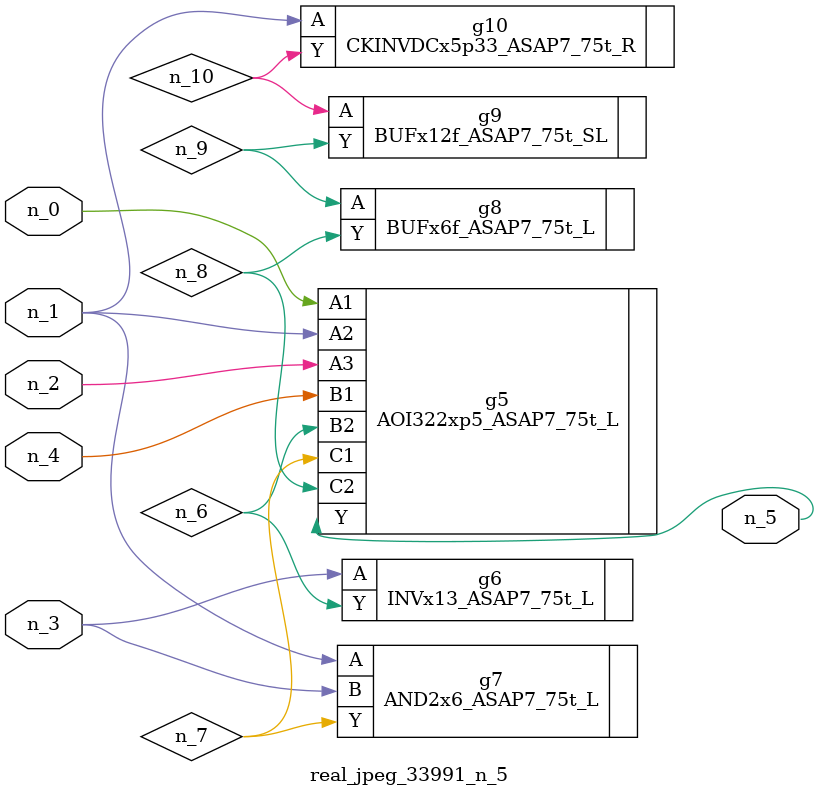
<source format=v>
module real_jpeg_33991_n_5 (n_4, n_0, n_1, n_2, n_3, n_5);

input n_4;
input n_0;
input n_1;
input n_2;
input n_3;

output n_5;

wire n_8;
wire n_6;
wire n_7;
wire n_10;
wire n_9;

AOI322xp5_ASAP7_75t_L g5 ( 
.A1(n_0),
.A2(n_1),
.A3(n_2),
.B1(n_4),
.B2(n_6),
.C1(n_7),
.C2(n_8),
.Y(n_5)
);

AND2x6_ASAP7_75t_L g7 ( 
.A(n_1),
.B(n_3),
.Y(n_7)
);

CKINVDCx5p33_ASAP7_75t_R g10 ( 
.A(n_1),
.Y(n_10)
);

INVx13_ASAP7_75t_L g6 ( 
.A(n_3),
.Y(n_6)
);

BUFx6f_ASAP7_75t_L g8 ( 
.A(n_9),
.Y(n_8)
);

BUFx12f_ASAP7_75t_SL g9 ( 
.A(n_10),
.Y(n_9)
);


endmodule
</source>
